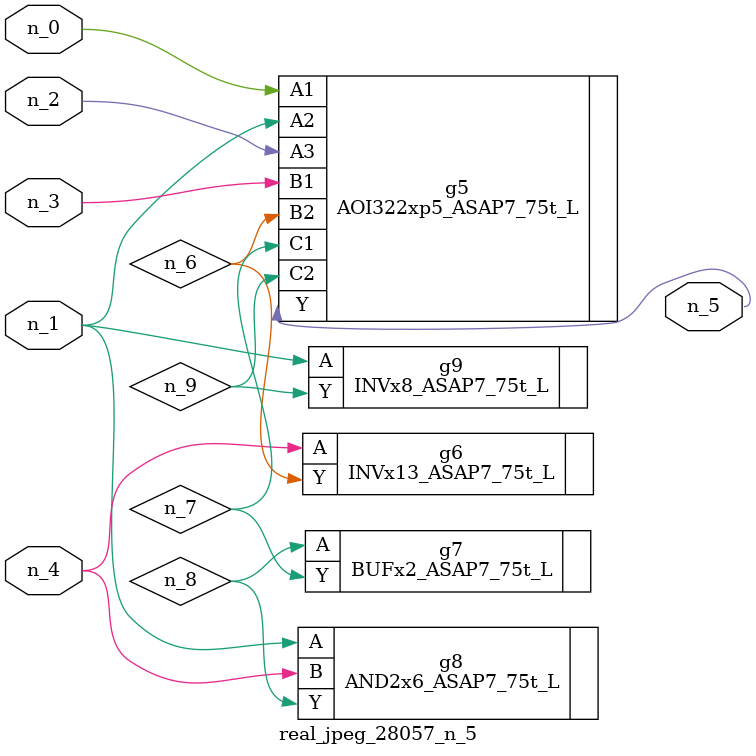
<source format=v>
module real_jpeg_28057_n_5 (n_4, n_0, n_1, n_2, n_3, n_5);

input n_4;
input n_0;
input n_1;
input n_2;
input n_3;

output n_5;

wire n_8;
wire n_6;
wire n_7;
wire n_9;

AOI322xp5_ASAP7_75t_L g5 ( 
.A1(n_0),
.A2(n_1),
.A3(n_2),
.B1(n_3),
.B2(n_6),
.C1(n_7),
.C2(n_9),
.Y(n_5)
);

AND2x6_ASAP7_75t_L g8 ( 
.A(n_1),
.B(n_4),
.Y(n_8)
);

INVx8_ASAP7_75t_L g9 ( 
.A(n_1),
.Y(n_9)
);

INVx13_ASAP7_75t_L g6 ( 
.A(n_4),
.Y(n_6)
);

BUFx2_ASAP7_75t_L g7 ( 
.A(n_8),
.Y(n_7)
);


endmodule
</source>
